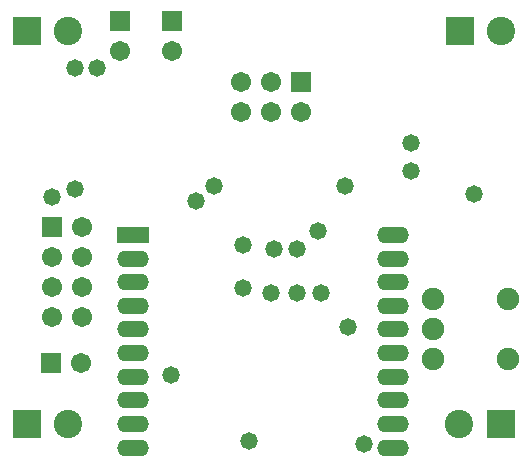
<source format=gbs>
%FSTAX23Y23*%
%MOIN*%
%SFA1B1*%

%IPPOS*%
%ADD79R,0.067060X0.067060*%
%ADD80C,0.067060*%
%ADD81O,0.106420X0.055240*%
%ADD82R,0.106420X0.055240*%
%ADD83R,0.067060X0.067060*%
%ADD84C,0.074930*%
%ADD85C,0.094610*%
%ADD86R,0.094610X0.094610*%
%ADD87C,0.058000*%
%LNpcb-1*%
%LPD*%
G54D79*
X00445Y0153D03*
X0062D03*
X0022Y00845D03*
G54D80*
X00445Y0143D03*
X00315Y0039D03*
X0085Y01228D03*
Y01328D03*
X0095Y01228D03*
Y01328D03*
X0105Y01228D03*
X0062Y0143D03*
X0032Y00845D03*
X0022Y00745D03*
X0032D03*
X0022Y00645D03*
X0032D03*
X0022Y00545D03*
X0032D03*
G54D81*
X01356Y00109D03*
Y00188D03*
Y00266D03*
Y00345D03*
Y00424D03*
Y00503D03*
Y00581D03*
Y0066D03*
Y00739D03*
Y00818D03*
X0049Y00109D03*
Y00188D03*
Y00266D03*
Y00345D03*
Y00424D03*
Y00503D03*
Y00581D03*
Y0066D03*
Y00739D03*
G54D82*
X0049Y00818D03*
G54D83*
X00215Y0039D03*
X0105Y01328D03*
G54D84*
X0149Y00403D03*
Y00503D03*
Y00603D03*
X0174D03*
Y00403D03*
G54D85*
X01577Y00188D03*
X01717Y01498D03*
X00272D03*
Y00188D03*
G54D86*
X01715Y00188D03*
X0158Y01498D03*
X00135D03*
Y00188D03*
G54D87*
X0076Y0098D03*
X007Y0093D03*
X00855Y0064D03*
X01205Y0051D03*
X0022Y00945D03*
X01105Y0083D03*
X01415Y0103D03*
Y01125D03*
X0095Y00625D03*
X01035D03*
X00295Y01375D03*
X0126Y0012D03*
X0096Y0077D03*
X01035D03*
X00615Y0035D03*
X0037Y01375D03*
X00295Y0097D03*
X00855Y00785D03*
X01115Y00625D03*
X01195Y0098D03*
X01625Y00955D03*
X00875Y0013D03*
M02*
</source>
